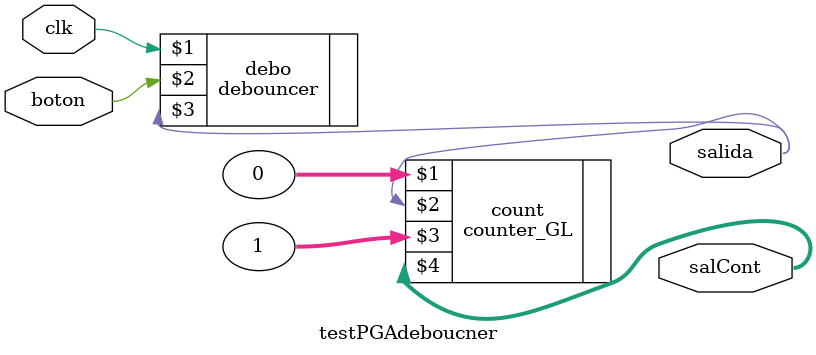
<source format=sv>
module testPGAdeboucner( input logic clk,boton,output logic [3:0] salCont,output logic salida);

debouncer # ( 10,8) debo(clk,boton,salida);
counter_GL #(4) count(0, salida,1, salCont);
endmodule

</source>
